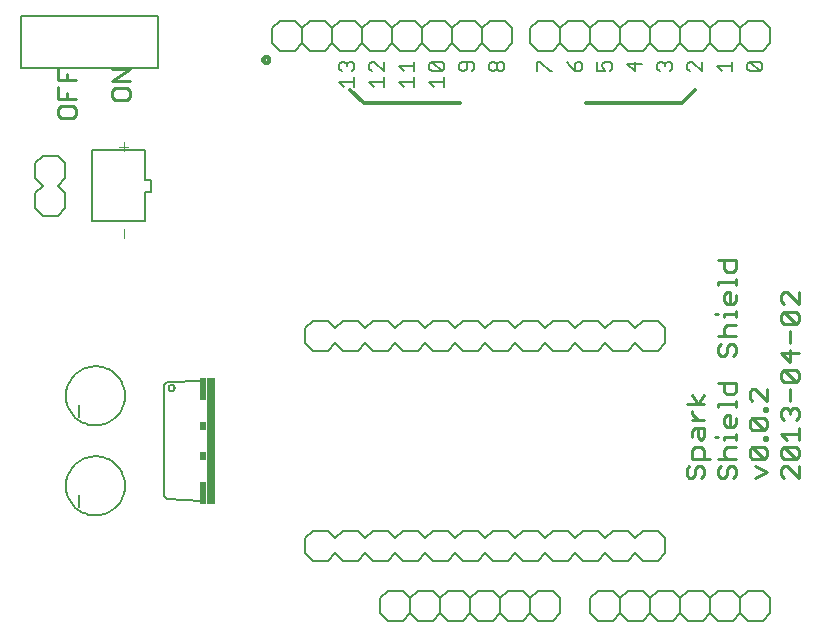
<source format=gto>
G75*
G70*
%OFA0B0*%
%FSLAX24Y24*%
%IPPOS*%
%LPD*%
%AMOC8*
5,1,8,0,0,1.08239X$1,22.5*
%
%ADD10C,0.0120*%
%ADD11C,0.0070*%
%ADD12C,0.0110*%
%ADD13C,0.0060*%
%ADD14C,0.0080*%
%ADD15C,0.0050*%
%ADD16R,0.0300X0.4200*%
%ADD17R,0.0200X0.0750*%
%ADD18R,0.0200X0.0300*%
%ADD19C,0.0040*%
D10*
X012250Y018075D02*
X011800Y018525D01*
X012250Y018075D02*
X015450Y018075D01*
X019650Y018075D02*
X022850Y018075D01*
X023300Y018525D01*
X008900Y019525D02*
X008902Y019545D01*
X008908Y019563D01*
X008917Y019581D01*
X008929Y019596D01*
X008944Y019608D01*
X008962Y019617D01*
X008980Y019623D01*
X009000Y019625D01*
X009020Y019623D01*
X009038Y019617D01*
X009056Y019608D01*
X009071Y019596D01*
X009083Y019581D01*
X009092Y019563D01*
X009098Y019545D01*
X009100Y019525D01*
X009098Y019505D01*
X009092Y019487D01*
X009083Y019469D01*
X009071Y019454D01*
X009056Y019442D01*
X009038Y019433D01*
X009020Y019427D01*
X009000Y019425D01*
X008980Y019427D01*
X008962Y019433D01*
X008944Y019442D01*
X008929Y019454D01*
X008917Y019469D01*
X008908Y019487D01*
X008902Y019505D01*
X008900Y019525D01*
D11*
X011435Y019390D02*
X011435Y019226D01*
X011516Y019144D01*
X011680Y019308D02*
X011680Y019390D01*
X011762Y019471D01*
X011843Y019471D01*
X011925Y019390D01*
X011925Y019226D01*
X011843Y019144D01*
X011925Y018956D02*
X011925Y018629D01*
X011925Y018792D02*
X011435Y018792D01*
X011598Y018629D01*
X012435Y018792D02*
X012598Y018629D01*
X012435Y018792D02*
X012925Y018792D01*
X012925Y018629D02*
X012925Y018956D01*
X012925Y019144D02*
X012598Y019471D01*
X012516Y019471D01*
X012435Y019390D01*
X012435Y019226D01*
X012516Y019144D01*
X012925Y019144D02*
X012925Y019471D01*
X013435Y019308D02*
X013925Y019308D01*
X013925Y019471D02*
X013925Y019144D01*
X013925Y018956D02*
X013925Y018629D01*
X013925Y018792D02*
X013435Y018792D01*
X013598Y018629D01*
X014435Y018792D02*
X014598Y018629D01*
X014435Y018792D02*
X014925Y018792D01*
X014925Y018629D02*
X014925Y018956D01*
X014843Y019144D02*
X014516Y019144D01*
X014435Y019226D01*
X014435Y019390D01*
X014516Y019471D01*
X014843Y019144D01*
X014925Y019226D01*
X014925Y019390D01*
X014843Y019471D01*
X014516Y019471D01*
X015435Y019390D02*
X015435Y019226D01*
X015516Y019144D01*
X015598Y019144D01*
X015680Y019226D01*
X015680Y019471D01*
X015843Y019471D02*
X015516Y019471D01*
X015435Y019390D01*
X015843Y019471D02*
X015925Y019390D01*
X015925Y019226D01*
X015843Y019144D01*
X016435Y019226D02*
X016435Y019390D01*
X016516Y019471D01*
X016598Y019471D01*
X016680Y019390D01*
X016680Y019226D01*
X016598Y019144D01*
X016516Y019144D01*
X016435Y019226D01*
X016680Y019226D02*
X016762Y019144D01*
X016843Y019144D01*
X016925Y019226D01*
X016925Y019390D01*
X016843Y019471D01*
X016762Y019471D01*
X016680Y019390D01*
X018035Y019471D02*
X018035Y019144D01*
X018035Y019471D02*
X018116Y019471D01*
X018443Y019144D01*
X018525Y019144D01*
X019035Y019471D02*
X019116Y019308D01*
X019280Y019144D01*
X019280Y019390D01*
X019362Y019471D01*
X019443Y019471D01*
X019525Y019390D01*
X019525Y019226D01*
X019443Y019144D01*
X019280Y019144D01*
X020035Y019144D02*
X020280Y019144D01*
X020198Y019308D01*
X020198Y019390D01*
X020280Y019471D01*
X020443Y019471D01*
X020525Y019390D01*
X020525Y019226D01*
X020443Y019144D01*
X020035Y019144D02*
X020035Y019471D01*
X021035Y019390D02*
X021280Y019144D01*
X021280Y019471D01*
X021525Y019390D02*
X021035Y019390D01*
X022035Y019390D02*
X022035Y019226D01*
X022116Y019144D01*
X022280Y019308D02*
X022280Y019390D01*
X022362Y019471D01*
X022443Y019471D01*
X022525Y019390D01*
X022525Y019226D01*
X022443Y019144D01*
X022280Y019390D02*
X022198Y019471D01*
X022116Y019471D01*
X022035Y019390D01*
X023035Y019390D02*
X023035Y019226D01*
X023116Y019144D01*
X023035Y019390D02*
X023116Y019471D01*
X023198Y019471D01*
X023525Y019144D01*
X023525Y019471D01*
X024035Y019308D02*
X024525Y019308D01*
X024525Y019471D02*
X024525Y019144D01*
X024198Y019144D02*
X024035Y019308D01*
X025035Y019226D02*
X025035Y019390D01*
X025116Y019471D01*
X025443Y019144D01*
X025525Y019226D01*
X025525Y019390D01*
X025443Y019471D01*
X025116Y019471D01*
X025035Y019226D02*
X025116Y019144D01*
X025443Y019144D01*
X013598Y019144D02*
X013435Y019308D01*
X011680Y019390D02*
X011598Y019471D01*
X011516Y019471D01*
X011435Y019390D01*
D12*
X004445Y019218D02*
X003854Y019218D01*
X003854Y018825D02*
X004445Y019218D01*
X004445Y018825D02*
X003854Y018825D01*
X003953Y018574D02*
X003854Y018475D01*
X003854Y018278D01*
X003953Y018180D01*
X004347Y018180D01*
X004445Y018278D01*
X004445Y018475D01*
X004347Y018574D01*
X003953Y018574D01*
X002645Y018869D02*
X002054Y018869D01*
X002054Y019263D01*
X002350Y019066D02*
X002350Y018869D01*
X002054Y018618D02*
X002054Y018225D01*
X002645Y018225D01*
X002547Y017974D02*
X002153Y017974D01*
X002054Y017875D01*
X002054Y017678D01*
X002153Y017580D01*
X002547Y017580D01*
X002645Y017678D01*
X002645Y017875D01*
X002547Y017974D01*
X002350Y018225D02*
X002350Y018421D01*
X023004Y008051D02*
X023595Y008051D01*
X023398Y008051D02*
X023201Y008346D01*
X023398Y008051D02*
X023595Y008346D01*
X024054Y008767D02*
X024645Y008767D01*
X024645Y008471D01*
X024547Y008373D01*
X024350Y008373D01*
X024251Y008471D01*
X024251Y008767D01*
X024645Y008140D02*
X024645Y007943D01*
X024645Y008042D02*
X024054Y008042D01*
X024054Y007943D01*
X024350Y007692D02*
X024448Y007692D01*
X024448Y007299D01*
X024350Y007299D02*
X024251Y007397D01*
X024251Y007594D01*
X024350Y007692D01*
X024645Y007594D02*
X024645Y007397D01*
X024547Y007299D01*
X024350Y007299D01*
X024645Y007066D02*
X024645Y006869D01*
X024645Y006968D02*
X024251Y006968D01*
X024251Y006869D01*
X024054Y006968D02*
X023956Y006968D01*
X023595Y006968D02*
X023497Y006869D01*
X023398Y006968D01*
X023398Y007263D01*
X023300Y007263D02*
X023595Y007263D01*
X023595Y006968D01*
X023497Y006618D02*
X023300Y006618D01*
X023201Y006520D01*
X023201Y006225D01*
X023792Y006225D01*
X023595Y006225D02*
X023595Y006520D01*
X023497Y006618D01*
X023201Y006968D02*
X023201Y007164D01*
X023300Y007263D01*
X023398Y007514D02*
X023201Y007710D01*
X023201Y007809D01*
X023201Y007514D02*
X023595Y007514D01*
X024350Y006618D02*
X024645Y006618D01*
X024350Y006618D02*
X024251Y006520D01*
X024251Y006323D01*
X024350Y006225D01*
X024448Y005974D02*
X024547Y005974D01*
X024645Y005875D01*
X024645Y005678D01*
X024547Y005580D01*
X024350Y005678D02*
X024350Y005875D01*
X024448Y005974D01*
X024153Y005974D02*
X024054Y005875D01*
X024054Y005678D01*
X024153Y005580D01*
X024251Y005580D01*
X024350Y005678D01*
X023595Y005678D02*
X023497Y005580D01*
X023595Y005678D02*
X023595Y005875D01*
X023497Y005974D01*
X023398Y005974D01*
X023300Y005875D01*
X023300Y005678D01*
X023201Y005580D01*
X023103Y005580D01*
X023004Y005678D01*
X023004Y005875D01*
X023103Y005974D01*
X024054Y006225D02*
X024645Y006225D01*
X025104Y006323D02*
X025104Y006520D01*
X025203Y006618D01*
X025597Y006225D01*
X025695Y006323D01*
X025695Y006520D01*
X025597Y006618D01*
X025203Y006618D01*
X025597Y006869D02*
X025597Y006968D01*
X025695Y006968D01*
X025695Y006869D01*
X025597Y006869D01*
X025597Y007191D02*
X025203Y007191D01*
X025104Y007290D01*
X025104Y007487D01*
X025203Y007585D01*
X025597Y007191D01*
X025695Y007290D01*
X025695Y007487D01*
X025597Y007585D01*
X025203Y007585D01*
X025597Y007836D02*
X025597Y007934D01*
X025695Y007934D01*
X025695Y007836D01*
X025597Y007836D01*
X025695Y008158D02*
X025301Y008552D01*
X025203Y008552D01*
X025104Y008453D01*
X025104Y008257D01*
X025203Y008158D01*
X025695Y008158D02*
X025695Y008552D01*
X026154Y008901D02*
X026154Y009098D01*
X026253Y009196D01*
X026647Y008803D01*
X026745Y008901D01*
X026745Y009098D01*
X026647Y009196D01*
X026253Y009196D01*
X026154Y008901D02*
X026253Y008803D01*
X026647Y008803D01*
X026450Y008552D02*
X026450Y008158D01*
X026548Y007907D02*
X026647Y007907D01*
X026745Y007809D01*
X026745Y007612D01*
X026647Y007514D01*
X026745Y007263D02*
X026745Y006869D01*
X026745Y007066D02*
X026154Y007066D01*
X026351Y006869D01*
X026253Y006618D02*
X026647Y006225D01*
X026745Y006323D01*
X026745Y006520D01*
X026647Y006618D01*
X026253Y006618D01*
X026154Y006520D01*
X026154Y006323D01*
X026253Y006225D01*
X026647Y006225D01*
X026745Y005974D02*
X026745Y005580D01*
X026351Y005974D01*
X026253Y005974D01*
X026154Y005875D01*
X026154Y005678D01*
X026253Y005580D01*
X025695Y005777D02*
X025301Y005974D01*
X025203Y006225D02*
X025104Y006323D01*
X025203Y006225D02*
X025597Y006225D01*
X025695Y005777D02*
X025301Y005580D01*
X026253Y007514D02*
X026154Y007612D01*
X026154Y007809D01*
X026253Y007907D01*
X026351Y007907D01*
X026450Y007809D01*
X026548Y007907D01*
X026450Y007809D02*
X026450Y007710D01*
X026450Y009447D02*
X026450Y009841D01*
X026450Y010092D02*
X026450Y010486D01*
X026647Y010736D02*
X026253Y010736D01*
X026154Y010835D01*
X026154Y011032D01*
X026253Y011130D01*
X026647Y010736D01*
X026745Y010835D01*
X026745Y011032D01*
X026647Y011130D01*
X026253Y011130D01*
X026253Y011381D02*
X026154Y011479D01*
X026154Y011676D01*
X026253Y011775D01*
X026351Y011775D01*
X026745Y011381D01*
X026745Y011775D01*
X024645Y011676D02*
X024645Y011479D01*
X024547Y011381D01*
X024350Y011381D01*
X024251Y011479D01*
X024251Y011676D01*
X024350Y011775D01*
X024448Y011775D01*
X024448Y011381D01*
X024645Y011148D02*
X024645Y010951D01*
X024645Y011050D02*
X024251Y011050D01*
X024251Y010951D01*
X024054Y011050D02*
X023956Y011050D01*
X024350Y010700D02*
X024645Y010700D01*
X024350Y010700D02*
X024251Y010602D01*
X024251Y010405D01*
X024350Y010307D01*
X024448Y010056D02*
X024547Y010056D01*
X024645Y009957D01*
X024645Y009761D01*
X024547Y009662D01*
X024350Y009761D02*
X024350Y009957D01*
X024448Y010056D01*
X024153Y010056D02*
X024054Y009957D01*
X024054Y009761D01*
X024153Y009662D01*
X024251Y009662D01*
X024350Y009761D01*
X024645Y010307D02*
X024054Y010307D01*
X026154Y009743D02*
X026450Y009447D01*
X026745Y009743D02*
X026154Y009743D01*
X024645Y012025D02*
X024645Y012222D01*
X024645Y012124D02*
X024054Y012124D01*
X024054Y012025D01*
X024350Y012455D02*
X024251Y012554D01*
X024251Y012849D01*
X024054Y012849D02*
X024645Y012849D01*
X024645Y012554D01*
X024547Y012455D01*
X024350Y012455D01*
D13*
X024550Y019825D02*
X024050Y019825D01*
X023800Y020075D01*
X023800Y020575D01*
X024050Y020825D01*
X024550Y020825D01*
X024800Y020575D01*
X025050Y020825D01*
X025550Y020825D01*
X025800Y020575D01*
X025800Y020075D01*
X025550Y019825D01*
X025050Y019825D01*
X024800Y020075D01*
X024550Y019825D01*
X024800Y020075D02*
X024800Y020575D01*
X023800Y020575D02*
X023550Y020825D01*
X023050Y020825D01*
X022800Y020575D01*
X022550Y020825D01*
X022050Y020825D01*
X021800Y020575D01*
X021550Y020825D01*
X021050Y020825D01*
X020800Y020575D01*
X020800Y020075D01*
X021050Y019825D01*
X021550Y019825D01*
X021800Y020075D01*
X021800Y020575D01*
X021800Y020075D02*
X022050Y019825D01*
X022550Y019825D01*
X022800Y020075D01*
X022800Y020575D01*
X022800Y020075D02*
X023050Y019825D01*
X023550Y019825D01*
X023800Y020075D01*
X020800Y020075D02*
X020550Y019825D01*
X020050Y019825D01*
X019800Y020075D01*
X019550Y019825D01*
X019050Y019825D01*
X018800Y020075D01*
X018550Y019825D01*
X018050Y019825D01*
X017800Y020075D01*
X017800Y020575D01*
X018050Y020825D01*
X018550Y020825D01*
X018800Y020575D01*
X019050Y020825D01*
X019550Y020825D01*
X019800Y020575D01*
X020050Y020825D01*
X020550Y020825D01*
X020800Y020575D01*
X019800Y020575D02*
X019800Y020075D01*
X018800Y020075D02*
X018800Y020575D01*
X017200Y020575D02*
X017200Y020075D01*
X016950Y019825D01*
X016450Y019825D01*
X016200Y020075D01*
X015950Y019825D01*
X015450Y019825D01*
X015200Y020075D01*
X015200Y020575D01*
X015450Y020825D01*
X015950Y020825D01*
X016200Y020575D01*
X016450Y020825D01*
X016950Y020825D01*
X017200Y020575D01*
X016200Y020575D02*
X016200Y020075D01*
X015200Y020075D02*
X014950Y019825D01*
X014450Y019825D01*
X014200Y020075D01*
X013950Y019825D01*
X013450Y019825D01*
X013200Y020075D01*
X012950Y019825D01*
X012450Y019825D01*
X012200Y020075D01*
X012200Y020575D01*
X012450Y020825D01*
X012950Y020825D01*
X013200Y020575D01*
X013450Y020825D01*
X013950Y020825D01*
X014200Y020575D01*
X014450Y020825D01*
X014950Y020825D01*
X015200Y020575D01*
X014200Y020575D02*
X014200Y020075D01*
X013200Y020075D02*
X013200Y020575D01*
X012200Y020575D02*
X011950Y020825D01*
X011450Y020825D01*
X011200Y020575D01*
X010950Y020825D01*
X010450Y020825D01*
X010200Y020575D01*
X009950Y020825D01*
X009450Y020825D01*
X009200Y020575D01*
X009200Y020075D01*
X009450Y019825D01*
X009950Y019825D01*
X010200Y020075D01*
X010200Y020575D01*
X010200Y020075D02*
X010450Y019825D01*
X010950Y019825D01*
X011200Y020075D01*
X011200Y020575D01*
X011200Y020075D02*
X011450Y019825D01*
X011950Y019825D01*
X012200Y020075D01*
X013050Y001825D02*
X012800Y001575D01*
X012800Y001075D01*
X013050Y000825D01*
X013550Y000825D01*
X013800Y001075D01*
X014050Y000825D01*
X014550Y000825D01*
X014800Y001075D01*
X014800Y001575D01*
X014550Y001825D01*
X014050Y001825D01*
X013800Y001575D01*
X013800Y001075D01*
X013800Y001575D02*
X013550Y001825D01*
X013050Y001825D01*
X014800Y001575D02*
X015050Y001825D01*
X015550Y001825D01*
X015800Y001575D01*
X016050Y001825D01*
X016550Y001825D01*
X016800Y001575D01*
X017050Y001825D01*
X017550Y001825D01*
X017800Y001575D01*
X018050Y001825D01*
X018550Y001825D01*
X018800Y001575D01*
X018800Y001075D01*
X018550Y000825D01*
X018050Y000825D01*
X017800Y001075D01*
X017550Y000825D01*
X017050Y000825D01*
X016800Y001075D01*
X016550Y000825D01*
X016050Y000825D01*
X015800Y001075D01*
X015550Y000825D01*
X015050Y000825D01*
X014800Y001075D01*
X015800Y001075D02*
X015800Y001575D01*
X016800Y001575D02*
X016800Y001075D01*
X017800Y001075D02*
X017800Y001575D01*
X019800Y001575D02*
X019800Y001075D01*
X020050Y000825D01*
X020550Y000825D01*
X020800Y001075D01*
X021050Y000825D01*
X021550Y000825D01*
X021800Y001075D01*
X021800Y001575D01*
X021550Y001825D01*
X021050Y001825D01*
X020800Y001575D01*
X020800Y001075D01*
X020800Y001575D02*
X020550Y001825D01*
X020050Y001825D01*
X019800Y001575D01*
X021800Y001575D02*
X022050Y001825D01*
X022550Y001825D01*
X022800Y001575D01*
X023050Y001825D01*
X023550Y001825D01*
X023800Y001575D01*
X024050Y001825D01*
X024550Y001825D01*
X024800Y001575D01*
X025050Y001825D01*
X025550Y001825D01*
X025800Y001575D01*
X025800Y001075D01*
X025550Y000825D01*
X025050Y000825D01*
X024800Y001075D01*
X024550Y000825D01*
X024050Y000825D01*
X023800Y001075D01*
X023550Y000825D01*
X023050Y000825D01*
X022800Y001075D01*
X022550Y000825D01*
X022050Y000825D01*
X021800Y001075D01*
X022800Y001075D02*
X022800Y001575D01*
X023800Y001575D02*
X023800Y001075D01*
X024800Y001075D02*
X024800Y001575D01*
D14*
X002750Y004625D02*
X002750Y005025D01*
X002316Y005325D02*
X002318Y005387D01*
X002324Y005450D01*
X002334Y005511D01*
X002348Y005572D01*
X002365Y005632D01*
X002386Y005691D01*
X002412Y005748D01*
X002440Y005803D01*
X002472Y005857D01*
X002508Y005908D01*
X002546Y005958D01*
X002588Y006004D01*
X002632Y006048D01*
X002680Y006089D01*
X002729Y006127D01*
X002781Y006161D01*
X002835Y006192D01*
X002891Y006220D01*
X002949Y006244D01*
X003008Y006265D01*
X003068Y006281D01*
X003129Y006294D01*
X003191Y006303D01*
X003253Y006308D01*
X003316Y006309D01*
X003378Y006306D01*
X003440Y006299D01*
X003502Y006288D01*
X003562Y006273D01*
X003622Y006255D01*
X003680Y006233D01*
X003737Y006207D01*
X003792Y006177D01*
X003845Y006144D01*
X003896Y006108D01*
X003944Y006069D01*
X003990Y006026D01*
X004033Y005981D01*
X004073Y005933D01*
X004110Y005883D01*
X004144Y005830D01*
X004175Y005776D01*
X004201Y005720D01*
X004225Y005662D01*
X004244Y005602D01*
X004260Y005542D01*
X004272Y005480D01*
X004280Y005419D01*
X004284Y005356D01*
X004284Y005294D01*
X004280Y005231D01*
X004272Y005170D01*
X004260Y005108D01*
X004244Y005048D01*
X004225Y004988D01*
X004201Y004930D01*
X004175Y004874D01*
X004144Y004820D01*
X004110Y004767D01*
X004073Y004717D01*
X004033Y004669D01*
X003990Y004624D01*
X003944Y004581D01*
X003896Y004542D01*
X003845Y004506D01*
X003792Y004473D01*
X003737Y004443D01*
X003680Y004417D01*
X003622Y004395D01*
X003562Y004377D01*
X003502Y004362D01*
X003440Y004351D01*
X003378Y004344D01*
X003316Y004341D01*
X003253Y004342D01*
X003191Y004347D01*
X003129Y004356D01*
X003068Y004369D01*
X003008Y004385D01*
X002949Y004406D01*
X002891Y004430D01*
X002835Y004458D01*
X002781Y004489D01*
X002729Y004523D01*
X002680Y004561D01*
X002632Y004602D01*
X002588Y004646D01*
X002546Y004692D01*
X002508Y004742D01*
X002472Y004793D01*
X002440Y004847D01*
X002412Y004902D01*
X002386Y004959D01*
X002365Y005018D01*
X002348Y005078D01*
X002334Y005139D01*
X002324Y005200D01*
X002318Y005263D01*
X002316Y005325D01*
X002750Y007625D02*
X002750Y008025D01*
X002316Y008325D02*
X002318Y008387D01*
X002324Y008450D01*
X002334Y008511D01*
X002348Y008572D01*
X002365Y008632D01*
X002386Y008691D01*
X002412Y008748D01*
X002440Y008803D01*
X002472Y008857D01*
X002508Y008908D01*
X002546Y008958D01*
X002588Y009004D01*
X002632Y009048D01*
X002680Y009089D01*
X002729Y009127D01*
X002781Y009161D01*
X002835Y009192D01*
X002891Y009220D01*
X002949Y009244D01*
X003008Y009265D01*
X003068Y009281D01*
X003129Y009294D01*
X003191Y009303D01*
X003253Y009308D01*
X003316Y009309D01*
X003378Y009306D01*
X003440Y009299D01*
X003502Y009288D01*
X003562Y009273D01*
X003622Y009255D01*
X003680Y009233D01*
X003737Y009207D01*
X003792Y009177D01*
X003845Y009144D01*
X003896Y009108D01*
X003944Y009069D01*
X003990Y009026D01*
X004033Y008981D01*
X004073Y008933D01*
X004110Y008883D01*
X004144Y008830D01*
X004175Y008776D01*
X004201Y008720D01*
X004225Y008662D01*
X004244Y008602D01*
X004260Y008542D01*
X004272Y008480D01*
X004280Y008419D01*
X004284Y008356D01*
X004284Y008294D01*
X004280Y008231D01*
X004272Y008170D01*
X004260Y008108D01*
X004244Y008048D01*
X004225Y007988D01*
X004201Y007930D01*
X004175Y007874D01*
X004144Y007820D01*
X004110Y007767D01*
X004073Y007717D01*
X004033Y007669D01*
X003990Y007624D01*
X003944Y007581D01*
X003896Y007542D01*
X003845Y007506D01*
X003792Y007473D01*
X003737Y007443D01*
X003680Y007417D01*
X003622Y007395D01*
X003562Y007377D01*
X003502Y007362D01*
X003440Y007351D01*
X003378Y007344D01*
X003316Y007341D01*
X003253Y007342D01*
X003191Y007347D01*
X003129Y007356D01*
X003068Y007369D01*
X003008Y007385D01*
X002949Y007406D01*
X002891Y007430D01*
X002835Y007458D01*
X002781Y007489D01*
X002729Y007523D01*
X002680Y007561D01*
X002632Y007602D01*
X002588Y007646D01*
X002546Y007692D01*
X002508Y007742D01*
X002472Y007793D01*
X002440Y007847D01*
X002412Y007902D01*
X002386Y007959D01*
X002365Y008018D01*
X002348Y008078D01*
X002334Y008139D01*
X002324Y008200D01*
X002318Y008263D01*
X002316Y008325D01*
X010300Y010075D02*
X010550Y009825D01*
X011050Y009825D01*
X011300Y010075D01*
X011550Y009825D01*
X012050Y009825D01*
X012300Y010075D01*
X012550Y009825D01*
X013050Y009825D01*
X013300Y010075D01*
X013550Y009825D01*
X014050Y009825D01*
X014300Y010075D01*
X014550Y009825D01*
X015050Y009825D01*
X015300Y010075D01*
X015550Y009825D01*
X016050Y009825D01*
X016300Y010075D01*
X016550Y009825D01*
X017050Y009825D01*
X017300Y010075D01*
X017550Y009825D01*
X018050Y009825D01*
X018300Y010075D01*
X018550Y009825D01*
X019050Y009825D01*
X019300Y010075D01*
X019550Y009825D01*
X020050Y009825D01*
X020300Y010075D01*
X020550Y009825D01*
X021050Y009825D01*
X021300Y010075D01*
X021550Y009825D01*
X022050Y009825D01*
X022300Y010075D01*
X022300Y010575D01*
X022050Y010825D01*
X021550Y010825D01*
X021300Y010575D01*
X021050Y010825D01*
X020550Y010825D01*
X020300Y010575D01*
X020050Y010825D01*
X019550Y010825D01*
X019300Y010575D01*
X019050Y010825D01*
X018550Y010825D01*
X018300Y010575D01*
X018050Y010825D01*
X017550Y010825D01*
X017300Y010575D01*
X017050Y010825D01*
X016550Y010825D01*
X016300Y010575D01*
X016050Y010825D01*
X015550Y010825D01*
X015300Y010575D01*
X015050Y010825D01*
X014550Y010825D01*
X014300Y010575D01*
X014050Y010825D01*
X013550Y010825D01*
X013300Y010575D01*
X013050Y010825D01*
X012550Y010825D01*
X012300Y010575D01*
X012050Y010825D01*
X011550Y010825D01*
X011300Y010575D01*
X011050Y010825D01*
X010550Y010825D01*
X010300Y010575D01*
X010300Y010075D01*
X002300Y014575D02*
X002050Y014325D01*
X001550Y014325D01*
X001300Y014575D01*
X001300Y015075D01*
X001550Y015325D01*
X001300Y015575D01*
X001300Y016075D01*
X001550Y016325D01*
X002050Y016325D01*
X002300Y016075D01*
X002300Y015575D01*
X002050Y015325D01*
X002300Y015075D01*
X002300Y014575D01*
X000811Y019269D02*
X005389Y019269D01*
X005389Y020981D01*
X000811Y020981D01*
X000811Y019269D01*
X010550Y003825D02*
X010300Y003575D01*
X010300Y003075D01*
X010550Y002825D01*
X011050Y002825D01*
X011300Y003075D01*
X011550Y002825D01*
X012050Y002825D01*
X012300Y003075D01*
X012550Y002825D01*
X013050Y002825D01*
X013300Y003075D01*
X013550Y002825D01*
X014050Y002825D01*
X014300Y003075D01*
X014550Y002825D01*
X015050Y002825D01*
X015300Y003075D01*
X015550Y002825D01*
X016050Y002825D01*
X016300Y003075D01*
X016550Y002825D01*
X017050Y002825D01*
X017300Y003075D01*
X017550Y002825D01*
X018050Y002825D01*
X018300Y003075D01*
X018550Y002825D01*
X019050Y002825D01*
X019300Y003075D01*
X019550Y002825D01*
X020050Y002825D01*
X020300Y003075D01*
X020550Y002825D01*
X021050Y002825D01*
X021300Y003075D01*
X021550Y002825D01*
X022050Y002825D01*
X022300Y003075D01*
X022300Y003575D01*
X022050Y003825D01*
X021550Y003825D01*
X021300Y003575D01*
X021050Y003825D01*
X020550Y003825D01*
X020300Y003575D01*
X020050Y003825D01*
X019550Y003825D01*
X019300Y003575D01*
X019050Y003825D01*
X018550Y003825D01*
X018300Y003575D01*
X018050Y003825D01*
X017550Y003825D01*
X017300Y003575D01*
X017050Y003825D01*
X016550Y003825D01*
X016300Y003575D01*
X016050Y003825D01*
X015550Y003825D01*
X015300Y003575D01*
X015050Y003825D01*
X014550Y003825D01*
X014300Y003575D01*
X014050Y003825D01*
X013550Y003825D01*
X013300Y003575D01*
X013050Y003825D01*
X012550Y003825D01*
X012300Y003575D01*
X012050Y003825D01*
X011550Y003825D01*
X011300Y003575D01*
X011050Y003825D01*
X010550Y003825D01*
D15*
X006850Y004825D02*
X005700Y004875D01*
X005600Y004975D01*
X005600Y008675D01*
X005700Y008775D01*
X006850Y008825D01*
X005740Y008595D02*
X005742Y008615D01*
X005748Y008633D01*
X005757Y008651D01*
X005769Y008666D01*
X005784Y008678D01*
X005802Y008687D01*
X005820Y008693D01*
X005840Y008695D01*
X005860Y008693D01*
X005878Y008687D01*
X005896Y008678D01*
X005911Y008666D01*
X005923Y008651D01*
X005932Y008633D01*
X005938Y008615D01*
X005940Y008595D01*
X005938Y008575D01*
X005932Y008557D01*
X005923Y008539D01*
X005911Y008524D01*
X005896Y008512D01*
X005878Y008503D01*
X005860Y008497D01*
X005840Y008495D01*
X005820Y008497D01*
X005802Y008503D01*
X005784Y008512D01*
X005769Y008524D01*
X005757Y008539D01*
X005748Y008557D01*
X005742Y008575D01*
X005740Y008595D01*
X004969Y014144D02*
X003198Y014144D01*
X003198Y016506D01*
X004969Y016506D01*
X004969Y015522D01*
X005166Y015522D01*
X005166Y015128D01*
X004969Y015128D01*
X004969Y014144D01*
D16*
X007150Y006825D03*
D17*
X006900Y008550D03*
X006900Y005100D03*
D18*
X006900Y006325D03*
X006900Y007325D03*
D19*
X004250Y013585D02*
X004250Y013892D01*
X004250Y016485D02*
X004250Y016792D01*
X004096Y016638D02*
X004403Y016638D01*
M02*

</source>
